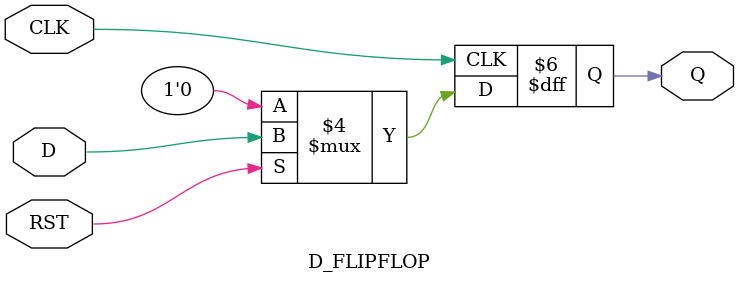
<source format=v>
`timescale 1ns / 1ps


module D_FLIPFLOP(Q,D,CLK,RST);
input CLK;
input RST;
input D;
output reg Q;
always@(posedge CLK)
begin
if (!RST)
  Q<=0;
else
   Q<=D;
end
endmodule

</source>
